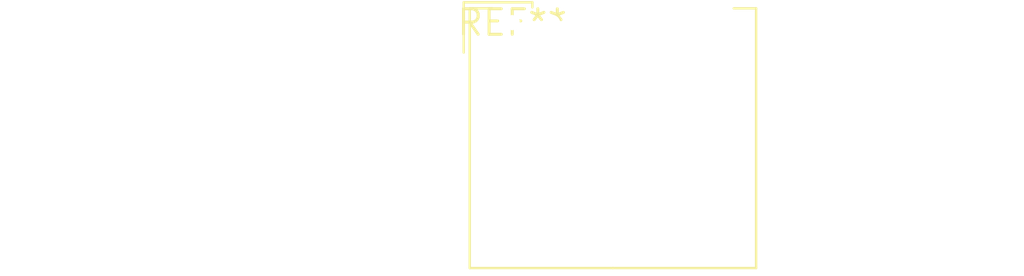
<source format=kicad_pcb>
(kicad_pcb (version 20240108) (generator pcbnew)
  (layers (0 "F.Cu" signal) (31 "B.Cu" signal) (34 "B.Paste" user) (35 "F.Paste" user) (36 "B.SilkS" user "B.Silkscreen") (37 "F.SilkS" user "F.Silkscreen") (38 "B.Mask" user) (39 "F.Mask" user) (44 "Edge.Cuts" user))
  (net 0 "")
  (footprint "JST_PUD_S12B-PUDSS-1_2x06_P2.00mm_Horizontal" (layer "F.Cu") (at 0 0)
    (property "Reference" "REF**")
    (property "Value" "JST_PUD_S12B-PUDSS-1_2x06_P2.00mm_Horizontal")
    (fp_line (start -2.41 -1.01) (end -2.41 1.49) (layer "F.SilkS") (stroke (width 0.12)))
    (fp_line (start -2.11 -0.71) (end -2.11 12.21) (layer "F.SilkS") (stroke (width 0.12)))
    (fp_line (start -2.11 12.21) (end 5 12.21) (layer "F.SilkS") (stroke (width 0.12)))
    (fp_line (start -1 -0.71) (end -2.11 -0.71) (layer "F.SilkS") (stroke (width 0.12)))
    (fp_line (start 1 -1.01) (end -2.41 -1.01) (layer "F.SilkS") (stroke (width 0.12)))
    (fp_line (start 1 -0.76) (end 1 -1.01) (layer "F.SilkS") (stroke (width 0.12)))
    (fp_line (start 11 -0.71) (end 12.11 -0.71) (layer "F.SilkS") (stroke (width 0.12)))
    (fp_line (start 12.11 -0.71) (end 12.11 12.21) (layer "F.SilkS") (stroke (width 0.12)))
    (fp_line (start 12.11 12.21) (end 5 12.21) (layer "F.SilkS") (stroke (width 0.12)))
    (pad "" np_thru_hole circle (at -0.9 9.7) (size 1.65 1.65) (drill 1.65) (layers *.Cu *.Mask))
    (pad "" np_thru_hole circle (at 10.9 9.7) (size 1.65 1.65) (drill 1.65) (layers *.Cu *.Mask))
    (pad "1" thru_hole roundrect (at 0 0) (size 1.2 1.2) (drill 0.75) (layers *.Cu *.Mask) (remove_unused_layers) (roundrect_rratio 0.208333))
    (pad "2" thru_hole circle (at 0 2) (size 1.2 1.2) (drill 0.75) (layers *.Cu *.Mask) (remove_unused_layers))
    (pad "3" thru_hole circle (at 2 0) (size 1.2 1.2) (drill 0.75) (layers *.Cu *.Mask) (remove_unused_layers))
    (pad "4" thru_hole circle (at 2 2) (size 1.2 1.2) (drill 0.75) (layers *.Cu *.Mask) (remove_unused_layers))
    (pad "5" thru_hole circle (at 4 0) (size 1.2 1.2) (drill 0.75) (layers *.Cu *.Mask) (remove_unused_layers))
    (pad "6" thru_hole circle (at 4 2) (size 1.2 1.2) (drill 0.75) (layers *.Cu *.Mask) (remove_unused_layers))
    (pad "7" thru_hole circle (at 6 0) (size 1.2 1.2) (drill 0.75) (layers *.Cu *.Mask) (remove_unused_layers))
    (pad "8" thru_hole circle (at 6 2) (size 1.2 1.2) (drill 0.75) (layers *.Cu *.Mask) (remove_unused_layers))
    (pad "9" thru_hole circle (at 8 0) (size 1.2 1.2) (drill 0.75) (layers *.Cu *.Mask) (remove_unused_layers))
    (pad "10" thru_hole circle (at 8 2) (size 1.2 1.2) (drill 0.75) (layers *.Cu *.Mask) (remove_unused_layers))
    (pad "11" thru_hole circle (at 10 0) (size 1.2 1.2) (drill 0.75) (layers *.Cu *.Mask) (remove_unused_layers))
    (pad "12" thru_hole circle (at 10 2) (size 1.2 1.2) (drill 0.75) (layers *.Cu *.Mask) (remove_unused_layers))
  )
)
</source>
